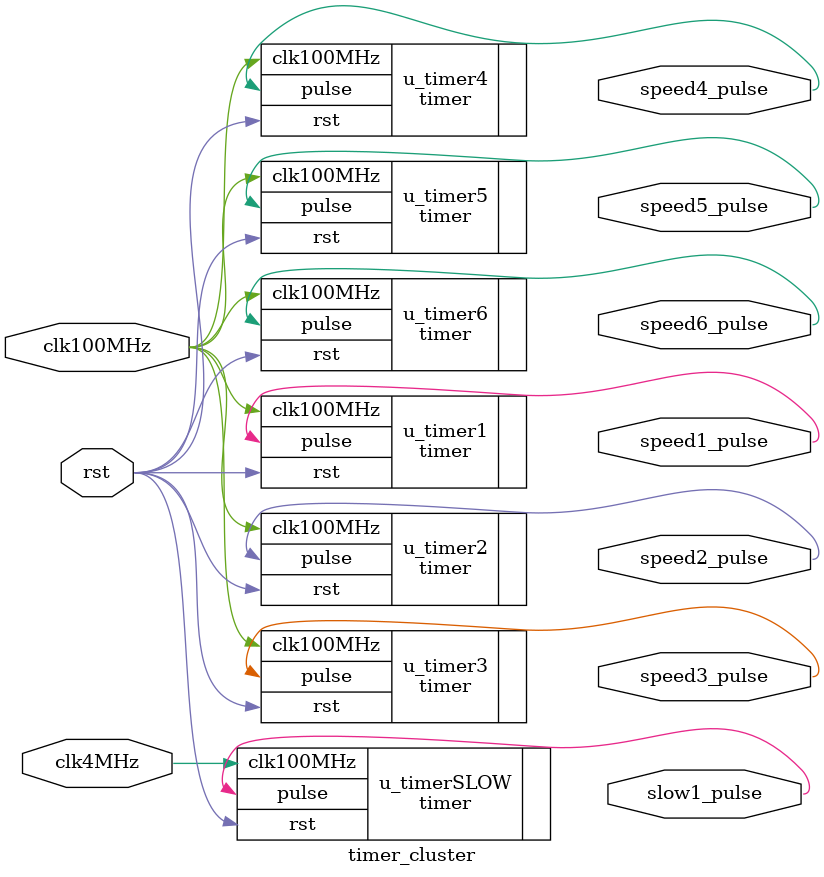
<source format=sv>
/*
 Module name:   timer_cluster
 Author:        kszdom
 Description:  timer cluster

 TIME=100_000_00 IS EQUAL TO PULSE BEING SENT EVERY SECOND DUE TO CLK BEEING 100MHz

 to add more timers please:
        - add a new parameter; choose a name for it,
        - add a new output; also choose a name for it,
        - copy and paste the timer module and modify its contents:
                1. clk speed if it needs to be changed to a slower/faster one;
                2. name of the instance
                3. change the parameter and pulse signal name to prev. selected ones
        - done :3 you have now created a new timer in the cluster module
 */
//////////////////////////////////////////////////////////////////////////////
module timer_cluster #(
    parameter int TIME1 = 100_000_000,
    parameter int TIME2 = 100_000_000,
    parameter int TIME3 = 100_000_000,
    parameter int TIME4 = 100_000_000,
    parameter int TIME5 = 100_000_000,
    parameter int TIME6 = 100_000_000,

    parameter int TIME_SLOW = 100_000_000
)(
    input  logic clk100MHz,
    input  logic clk4MHz,
    input  logic rst,

    output logic speed1_pulse,
    output logic speed2_pulse,
    output logic speed3_pulse,
    output logic speed4_pulse,
    output logic speed5_pulse,
    output logic speed6_pulse,

    output logic slow1_pulse

);

    timer #(.TIMER_TIME(TIME1)) u_timer1 (
        .clk100MHz(clk100MHz),
        .rst(rst),
        .pulse(speed1_pulse)
    );

    timer #(.TIMER_TIME(TIME2)) u_timer2 (
        .clk100MHz(clk100MHz),
        .rst(rst),
        .pulse(speed2_pulse)
    );

    timer #(.TIMER_TIME(TIME3)) u_timer3 (
        .clk100MHz(clk100MHz),
        .rst(rst),
        .pulse(speed3_pulse)
    );

    timer #(.TIMER_TIME(TIME4)) u_timer4 (
        .clk100MHz(clk100MHz),
        .rst(rst),
        .pulse(speed4_pulse)
    );

    timer #(.TIMER_TIME(TIME5)) u_timer5 (
        .clk100MHz(clk100MHz),
        .rst(rst),
        .pulse(speed5_pulse)
    );

    timer #(.TIMER_TIME(TIME6)) u_timer6 (
        .clk100MHz(clk100MHz),
        .rst(rst),
        .pulse(speed6_pulse)
    );

    timer #(.TIMER_TIME(TIME_SLOW)) u_timerSLOW (
        .clk100MHz(clk4MHz),
        .rst(rst),
        .pulse(slow1_pulse)
    );

endmodule

</source>
